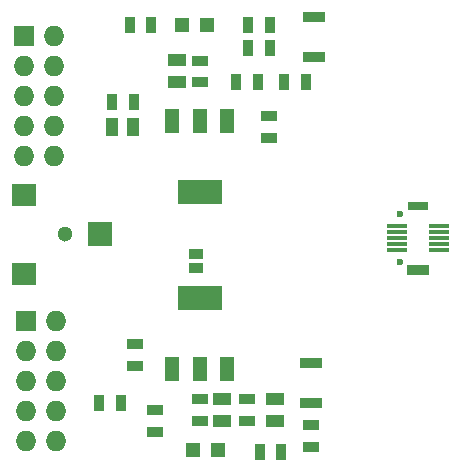
<source format=gbr>
G04 #@! TF.FileFunction,Soldermask,Top*
%FSLAX46Y46*%
G04 Gerber Fmt 4.6, Leading zero omitted, Abs format (unit mm)*
G04 Created by KiCad (PCBNEW 4.0.2+dfsg1-2~bpo8+1-stable) date lun 05 jun 2017 18:32:46 ART*
%MOMM*%
G01*
G04 APERTURE LIST*
%ADD10C,0.100000*%
%ADD11R,0.950000X1.400000*%
%ADD12R,1.842240X0.942240*%
%ADD13R,1.400000X0.950000*%
%ADD14R,1.540000X1.090000*%
%ADD15R,1.090000X1.540000*%
%ADD16R,2.042240X2.142240*%
%ADD17R,2.142240X1.842240*%
%ADD18C,1.300000*%
%ADD19R,1.270000X0.960000*%
%ADD20R,1.270000X0.965200*%
%ADD21R,1.727200X1.727200*%
%ADD22O,1.727200X1.727200*%
%ADD23R,1.300480X2.150000*%
%ADD24R,3.799840X2.150000*%
%ADD25R,1.198880X1.198880*%
%ADD26R,1.737160X0.437160*%
%ADD27R,1.734820X0.434340*%
%ADD28C,0.600000*%
%ADD29R,1.937160X0.937160*%
%ADD30R,1.800000X0.800000*%
G04 APERTURE END LIST*
D10*
D11*
X91575000Y-29800000D03*
X93425000Y-29800000D03*
X103425000Y-29800000D03*
X101575000Y-29800000D03*
D12*
X107200000Y-32500000D03*
X107200000Y-29100000D03*
D11*
X103425000Y-31700000D03*
X101575000Y-31700000D03*
D13*
X97500000Y-34650000D03*
X97500000Y-32800000D03*
D11*
X91925000Y-36300000D03*
X90075000Y-36300000D03*
D13*
X103400000Y-37475000D03*
X103400000Y-39325000D03*
X92000000Y-58625000D03*
X92000000Y-56775000D03*
X93700000Y-62375000D03*
X93700000Y-64225000D03*
X97500000Y-61475000D03*
X97500000Y-63325000D03*
X101500000Y-61475000D03*
X101500000Y-63325000D03*
D12*
X106900000Y-61800000D03*
X106900000Y-58400000D03*
D11*
X104425000Y-65900000D03*
X102575000Y-65900000D03*
X90825000Y-61800000D03*
X88975000Y-61800000D03*
X100575000Y-34600000D03*
X102425000Y-34600000D03*
X104675000Y-34600000D03*
X106525000Y-34600000D03*
D13*
X106900000Y-65500000D03*
X106900000Y-63650000D03*
D14*
X103900000Y-61475000D03*
X103900000Y-63325000D03*
X99400000Y-61475000D03*
X99400000Y-63325000D03*
D15*
X91900000Y-38400000D03*
X90050000Y-38400000D03*
D14*
X95600000Y-34600000D03*
X95600000Y-32750000D03*
D16*
X89100000Y-47500000D03*
D17*
X82600000Y-44150000D03*
X82600000Y-50850000D03*
D18*
X86100000Y-47500000D03*
D19*
X97200000Y-49135000D03*
D20*
X97200000Y-50400000D03*
D21*
X82760000Y-54860000D03*
D22*
X85300000Y-54860000D03*
X82760000Y-57400000D03*
X85300000Y-57400000D03*
X82760000Y-59940000D03*
X85300000Y-59940000D03*
X82760000Y-62480000D03*
X85300000Y-62480000D03*
X82760000Y-65020000D03*
X85300000Y-65020000D03*
D21*
X82600000Y-30760000D03*
D22*
X85140000Y-30760000D03*
X82600000Y-33300000D03*
X85140000Y-33300000D03*
X82600000Y-35840000D03*
X85140000Y-35840000D03*
X82600000Y-38380000D03*
X85140000Y-38380000D03*
X82600000Y-40920000D03*
X85140000Y-40920000D03*
D23*
X95198760Y-58900000D03*
X97500000Y-58899740D03*
X99801240Y-58899740D03*
D24*
X97500000Y-52900260D03*
D23*
X99801240Y-37900000D03*
X97500000Y-37900260D03*
X95198760Y-37900260D03*
D24*
X97500000Y-43899740D03*
D25*
X99049020Y-65800000D03*
X96950980Y-65800000D03*
X96050980Y-29800000D03*
X98149020Y-29800000D03*
D26*
X117800000Y-48800000D03*
D27*
X117795780Y-48295300D03*
D26*
X117800000Y-47800000D03*
X117800000Y-47300000D03*
D27*
X117795780Y-46804320D03*
D26*
X114200000Y-46800000D03*
X114200000Y-47300000D03*
X114200000Y-47800000D03*
X114200000Y-48300000D03*
X114200000Y-48800000D03*
D28*
X114500000Y-45750000D03*
X114500000Y-49850000D03*
D29*
X116000000Y-50500000D03*
D30*
X116000000Y-45100000D03*
M02*

</source>
